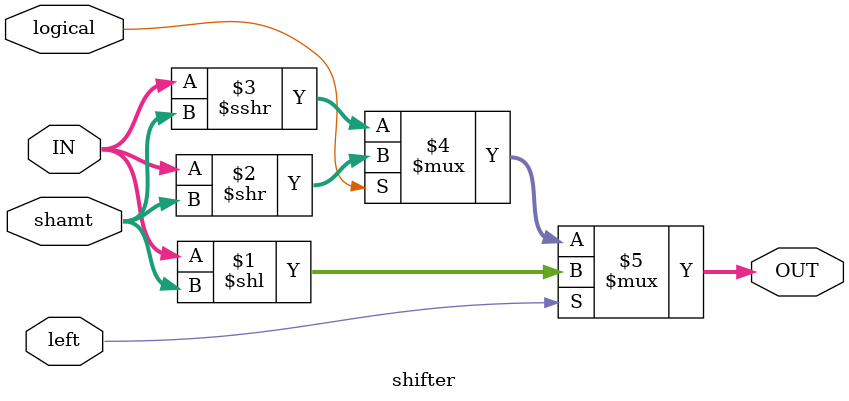
<source format=sv>
`timescale 1ns / 1ps
`default_nettype none
module shifter #(parameter N=32)(
	input wire signed [N-1:0] IN,
	input wire [$clog2(N)-1:0] shamt,
	input wire left, logical,
	output wire signed [N-1:0] OUT
);

	assign OUT = left ? (IN << shamt) : 
						(logical ? IN >> shamt : IN >>> shamt);
						
endmodule

</source>
